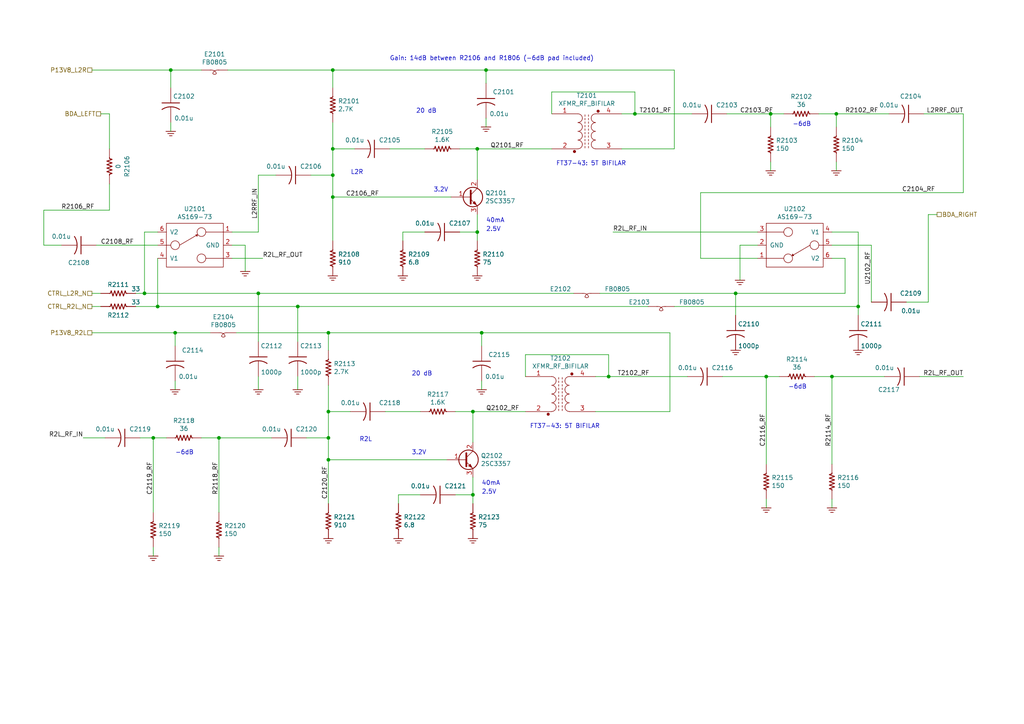
<source format=kicad_sch>
(kicad_sch (version 20211123) (generator eeschema)
  (paper "A4")
  (title_block (title "BD_AMP_45R1") (rev "X1"))
  (lib_symbols
    (symbol "custom:2SC3357" (pin_names (offset 0) hide)
      (property "Reference" "Q" (at 5.08 1.905 0))
      (property "Value" "2SC3357" (at 5.08 0 0))
      (symbol "2SC3357_0_1"
        (polyline (pts (xy 0.635 0.635) (xy 2.54 2.54)))
        (polyline (pts (xy 0.635 -0.635) (xy 2.54 -2.54) (xy 2.54 -2.54)))
        (polyline (pts (xy 0.635 1.905) (xy 0.635 -1.905) (xy 0.635 -1.905)) (stroke (width 0.508)))
        (polyline (pts (xy 1.27 -1.778) (xy 1.778 -1.27) (xy 2.286 -2.286) (xy 1.27 -1.778) (xy 1.27 -1.778)) (fill (type outline)))
        (circle (center 1.27 0) (radius 2.8194) (stroke (width 0.254)))
      )
      (symbol "2SC3357_1_1"
        (pin passive line (at -5.08 0 0) (length 5.715) (name "B") (number "1"))
        (pin passive line (at 2.54 5.08 270) (length 2.54) (name "C") (number "2"))
        (pin passive line (at 2.54 -5.08 90) (length 2.54) (name "E") (number "3"))
      )
    )
    (symbol "custom:AS169-73" (pin_names (offset 1.016))
      (property "Reference" "U" (at 0 8.255 0))
      (property "Value" "AS169-73" (at 0.635 -10.795 0))
      (symbol "AS169-73_0_1"
        (rectangle (start -7.62 6.35) (end 8.89 -6.35))
        (circle (center -5.08 0) (radius 1.27))
        (polyline (pts (xy -6.35 0) (xy -7.62 0)))
        (polyline (pts (xy 3.81 -3.81) (xy 8.89 -3.81)))
        (polyline (pts (xy 3.81 3.81) (xy 8.89 3.81)))
        (polyline (pts (xy -3.81 0) (xy 1.397 3.048) (xy 1.27 2.54) (xy 0.889 3.048) (xy 1.397 3.048) (xy 1.27 2.667) (xy 1.016 2.921) (xy 1.27 2.794)))
        (circle (center 2.54 -3.81) (radius 1.27))
        (circle (center 2.54 3.81) (radius 1.27))
      )
      (symbol "AS169-73_1_1"
        (pin passive line (at 11.43 3.81 180) (length 2.54) (name "~") (number "1"))
        (pin passive line (at 11.43 0 180) (length 2.54) (name "GND") (number "2"))
        (pin passive line (at 11.43 -3.81 180) (length 2.54) (name "~") (number "3"))
        (pin passive line (at -10.16 -3.81 0) (length 2.54) (name "V1") (number "4"))
        (pin passive line (at -10.16 0 0) (length 2.54) (name "~") (number "5"))
        (pin passive line (at -10.16 3.81 0) (length 2.54) (name "V2") (number "6"))
      )
    )
    (symbol "custom:C_US" (pin_numbers hide) (pin_names (offset 0.254) hide)
      (property "Reference" "C" (at 1.27 2.54 0))
      (property "Value" "C_US" (at 1.27 -2.54 0))
      (symbol "C_US_0_1"
        (polyline (pts (xy -2.54 0.635) (xy 2.54 0.635) (xy 2.54 0.635)) (stroke (width 0.254)))
        (arc (start 2.54 -1.27) (mid 0 -0.5009) (end -2.54 -1.27) (stroke (width 0.254)))
      )
      (symbol "C_US_1_1"
        (pin passive line (at 0 5.08 270) (length 4.445) (name "~") (number "1"))
        (pin passive line (at 0 -5.08 90) (length 4.445) (name "~") (number "2"))
      )
    )
    (symbol "custom:FB0805" (pin_numbers hide) (pin_names (offset 1.016) hide)
      (property "Reference" "E" (at -4.318 1.27 0))
      (property "Value" "FB0805" (at -4.318 -4.064 0))
      (symbol "FB0805_1_0"
        (polyline (pts (xy -2.54 0) (xy -2.286 0)))
        (polyline (pts (xy -0.254 0) (xy 0 0)))
      )
      (symbol "FB0805_1_1"
        (arc (start -1.778 -1.016) (mid -1.27 -1.27) (end -0.762 -1.016))
        (arc (start -1.27 -0.254) (mid -1.7574 -0.0446) (end -2.286 0))
        (arc (start -1.27 -0.254) (mid -1.6002 -0.5842) (end -1.778 -1.016))
        (arc (start -0.762 -1.016) (mid -0.9352 -0.5811) (end -1.27 -0.254))
        (arc (start -0.254 0) (mid -0.7826 -0.0446) (end -1.27 -0.254))
        (pin passive line (at -5.08 0 0) (length 2.54) (name "1") (number "1"))
        (pin passive line (at 2.54 0 180) (length 2.54) (name "2") (number "2"))
      )
    )
    (symbol "custom:GND_US" (power) (pin_names (offset 0))
      (symbol "GND_US_0_1"
        (polyline (pts (xy -1.397 0) (xy 1.397 0)) (stroke (width 0.2032)))
        (polyline (pts (xy -0.889 -0.635) (xy 0.889 -0.635)) (stroke (width 0.2032)))
        (polyline (pts (xy -0.381 -1.27) (xy 0.381 -1.27)) (stroke (width 0.2032)))
      )
      (symbol "GND_US_1_1"
        (pin power_in line (at 0 0 90) (length 0) hide (name "GND") (number "1"))
      )
    )
    (symbol "custom:R_US" (pin_numbers hide) (pin_names (offset 1.016) hide)
      (property "Reference" "R" (at 2.032 0 90))
      (property "Value" "R_US" (at -2.032 0 90))
      (symbol "R_US_0_0"
        (polyline (pts (xy 0 -2.54) (xy 0 -2.54) (xy 0 -2.286) (xy -0.762 -2.032) (xy 0.762 -1.524) (xy -0.762 -1.016) (xy 0.762 -0.508) (xy -0.762 0) (xy 0.762 0.508) (xy -0.762 1.016) (xy 0.762 1.524) (xy -0.762 2.032) (xy 0 2.286) (xy 0 2.54) (xy 0 2.54)) (stroke (width 0.254)))
      )
      (symbol "R_US_1_1"
        (pin passive line (at 0 5.08 270) (length 2.54) (name "~") (number "1"))
        (pin passive line (at 0 -5.08 90) (length 2.54) (name "~") (number "2"))
      )
    )
    (symbol "custom:XFMR_RF_BIFILAR" (pin_names (offset 1.016) hide)
      (property "Reference" "T" (at -0.254 -8.382 0))
      (property "Value" "XFMR_RF_BIFILAR" (at 0 7.112 0))
      (symbol "XFMR_RF_BIFILAR_0_1"
        (polyline (pts (xy -0.508 3.556) (xy -0.508 3.048)))
        (polyline (pts (xy 0.508 3.556) (xy 0.508 3.048)))
        (circle (center 3.302 4.572) (radius 0.3556) (fill (type outline)))
      )
      (symbol "XFMR_RF_BIFILAR_1_1"
        (circle (center -3.556 -7.112) (radius 0.3556) (fill (type outline)))
        (arc (start -2.54 -6.3246) (mid -1.6561 -5.9563) (end -1.27 -5.08))
        (arc (start -2.54 -3.7846) (mid -1.6561 -3.4163) (end -1.27 -2.54))
        (arc (start -2.54 -1.2446) (mid -1.6561 -0.8763) (end -1.27 0))
        (arc (start -2.54 1.2954) (mid -1.6561 1.6637) (end -1.27 2.54))
        (arc (start -1.27 -5.08) (mid -1.642 -4.182) (end -2.54 -3.81))
        (arc (start -1.27 -2.54) (mid -1.642 -1.642) (end -2.54 -1.27))
        (arc (start -1.27 0) (mid -1.642 0.898) (end -2.54 1.27))
        (arc (start -1.27 2.54) (mid -1.642 3.438) (end -2.54 3.81))
        (polyline (pts (xy -0.508 -5.588) (xy -0.508 -6.096)))
        (polyline (pts (xy -0.508 -4.572) (xy -0.508 -5.08)))
        (polyline (pts (xy -0.508 -3.556) (xy -0.508 -4.064)))
        (polyline (pts (xy -0.508 -2.54) (xy -0.508 -3.048)))
        (polyline (pts (xy -0.508 -1.524) (xy -0.508 -2.032)))
        (polyline (pts (xy -0.508 -0.508) (xy -0.508 -1.016)))
        (polyline (pts (xy -0.508 0.508) (xy -0.508 0)))
        (polyline (pts (xy -0.508 1.524) (xy -0.508 1.016)))
        (polyline (pts (xy -0.508 2.54) (xy -0.508 2.032)))
        (polyline (pts (xy 0.508 -5.588) (xy 0.508 -6.096)))
        (polyline (pts (xy 0.508 -4.572) (xy 0.508 -5.08)))
        (polyline (pts (xy 0.508 -3.556) (xy 0.508 -4.064)))
        (polyline (pts (xy 0.508 -2.54) (xy 0.508 -3.048)))
        (polyline (pts (xy 0.508 -1.524) (xy 0.508 -2.032)))
        (polyline (pts (xy 0.508 -0.508) (xy 0.508 -1.016)))
        (polyline (pts (xy 0.508 0.508) (xy 0.508 0)))
        (polyline (pts (xy 0.508 1.524) (xy 0.508 1.016)))
        (polyline (pts (xy 0.508 2.54) (xy 0.508 2.032)))
        (arc (start 1.2954 -2.54) (mid 1.6599 -3.4201) (end 2.54 -3.7846))
        (arc (start 1.2954 0) (mid 1.6599 -0.8801) (end 2.54 -1.2446))
        (arc (start 1.2954 2.54) (mid 1.6599 1.6599) (end 2.54 1.2954))
        (arc (start 1.3208 -5.08) (mid 1.6853 -5.9601) (end 2.5654 -6.3246))
        (arc (start 2.54 -1.27) (mid 1.6456 -1.6383) (end 1.2954 -2.54))
        (arc (start 2.54 1.27) (mid 1.6456 0.9017) (end 1.2954 0))
        (arc (start 2.54 3.81) (mid 1.6456 3.4417) (end 1.2954 2.54))
        (arc (start 2.5654 -3.81) (mid 1.671 -4.1783) (end 1.3208 -5.08))
        (pin passive line (at -10.16 3.81 0) (length 7.62) (name "PR1") (number "1"))
        (pin passive line (at -10.16 -6.35 0) (length 7.62) (name "PR2") (number "2"))
        (pin passive line (at 10.16 -6.35 180) (length 7.62) (name "S1") (number "3"))
        (pin passive line (at 10.16 3.81 180) (length 7.62) (name "S2") (number "4"))
      )
    )
  )
  (junction (at 222.25 109.22))
  (junction (at 137.16 119.38))
  (junction (at 41.91 85.09))
  (junction (at 45.72 88.9))
  (junction (at 96.52 43.18))
  (junction (at 138.43 67.31))
  (junction (at 248.92 88.9))
  (junction (at 137.16 143.51))
  (junction (at 96.52 20.32))
  (junction (at 95.25 133.35))
  (junction (at 138.43 43.18))
  (junction (at 44.45 127))
  (junction (at 50.8 96.52))
  (junction (at 86.36 88.9))
  (junction (at 63.5 127))
  (junction (at 96.52 57.15))
  (junction (at 184.15 33.02))
  (junction (at 74.93 85.09))
  (junction (at 140.97 20.32))
  (junction (at 139.7 96.52))
  (junction (at 176.53 109.22))
  (junction (at 95.25 127))
  (junction (at 95.25 96.52))
  (junction (at 95.25 119.38))
  (junction (at 96.52 50.8))
  (junction (at 242.57 33.02))
  (junction (at 223.52 33.02))
  (junction (at 241.3 109.22))
  (junction (at 49.53 20.32))
  (junction (at 213.36 85.09))
  (wire (pts (xy 172.72 109.22) (xy 176.53 109.22)))
  (wire (pts (xy 95.25 119.38) (xy 95.25 111.76)))
  (wire (pts (xy 241.3 71.12) (xy 252.73 71.12)))
  (wire (pts (xy 96.52 50.8) (xy 96.52 57.15)))
  (wire (pts (xy 45.72 71.12) (xy 27.94 71.12)))
  (wire (pts (xy 44.45 127) (xy 48.26 127)))
  (wire (pts (xy 152.4 102.87) (xy 152.4 109.22)))
  (wire (pts (xy 113.03 43.18) (xy 123.19 43.18)))
  (wire (pts (xy 74.93 50.8) (xy 74.93 67.31)))
  (wire (pts (xy 248.92 91.44) (xy 248.92 88.9)))
  (wire (pts (xy 133.35 67.31) (xy 138.43 67.31)))
  (wire (pts (xy 63.5 158.75) (xy 63.5 161.29)))
  (wire (pts (xy 96.52 25.4) (xy 96.52 20.32)))
  (wire (pts (xy 80.01 50.8) (xy 74.93 50.8)))
  (wire (pts (xy 67.31 74.93) (xy 76.2 74.93)))
  (wire (pts (xy 213.36 85.09) (xy 245.11 85.09)))
  (wire (pts (xy 86.36 88.9) (xy 187.96 88.9)))
  (wire (pts (xy 210.82 33.02) (xy 223.52 33.02)))
  (wire (pts (xy 44.45 127) (xy 44.45 148.59)))
  (wire (pts (xy 31.75 33.02) (xy 29.21 33.02)))
  (wire (pts (xy 50.8 100.33) (xy 50.8 96.52)))
  (wire (pts (xy 50.8 110.49) (xy 50.8 113.03)))
  (wire (pts (xy 138.43 43.18) (xy 160.02 43.18)))
  (wire (pts (xy 266.7 109.22) (xy 279.4 109.22)))
  (wire (pts (xy 132.08 143.51) (xy 137.16 143.51)))
  (wire (pts (xy 222.25 134.62) (xy 222.25 109.22)))
  (wire (pts (xy 116.84 67.31) (xy 116.84 69.85)))
  (wire (pts (xy 58.42 20.32) (xy 49.53 20.32)))
  (wire (pts (xy 269.24 62.23) (xy 269.24 87.63)))
  (wire (pts (xy 49.53 35.56) (xy 49.53 38.1)))
  (wire (pts (xy 242.57 36.83) (xy 242.57 33.02)))
  (wire (pts (xy 279.4 33.02) (xy 279.4 55.88)))
  (wire (pts (xy 88.9 127) (xy 95.25 127)))
  (wire (pts (xy 219.71 67.31) (xy 177.8 67.31)))
  (wire (pts (xy 86.36 99.06) (xy 86.36 88.9)))
  (wire (pts (xy 45.72 74.93) (xy 45.72 88.9)))
  (wire (pts (xy 111.76 119.38) (xy 121.92 119.38)))
  (wire (pts (xy 200.66 33.02) (xy 184.15 33.02)))
  (wire (pts (xy 252.73 71.12) (xy 252.73 87.63)))
  (wire (pts (xy 31.75 60.96) (xy 12.7 60.96)))
  (wire (pts (xy 237.49 33.02) (xy 242.57 33.02)))
  (wire (pts (xy 44.45 158.75) (xy 44.45 161.29)))
  (wire (pts (xy 219.71 71.12) (xy 214.63 71.12)))
  (wire (pts (xy 195.58 88.9) (xy 248.92 88.9)))
  (wire (pts (xy 31.75 53.34) (xy 31.75 60.96)))
  (wire (pts (xy 245.11 85.09) (xy 245.11 74.93)))
  (wire (pts (xy 139.7 110.49) (xy 139.7 113.03)))
  (wire (pts (xy 199.39 109.22) (xy 176.53 109.22)))
  (wire (pts (xy 101.6 119.38) (xy 95.25 119.38)))
  (wire (pts (xy 96.52 20.32) (xy 66.04 20.32)))
  (wire (pts (xy 74.93 85.09) (xy 166.37 85.09)))
  (wire (pts (xy 242.57 33.02) (xy 257.81 33.02)))
  (wire (pts (xy 213.36 91.44) (xy 213.36 85.09)))
  (wire (pts (xy 195.58 20.32) (xy 195.58 43.18)))
  (wire (pts (xy 138.43 67.31) (xy 138.43 62.23)))
  (wire (pts (xy 102.87 43.18) (xy 96.52 43.18)))
  (wire (pts (xy 241.3 144.78) (xy 241.3 147.32)))
  (wire (pts (xy 121.92 143.51) (xy 115.57 143.51)))
  (wire (pts (xy 45.72 67.31) (xy 41.91 67.31)))
  (wire (pts (xy 138.43 43.18) (xy 138.43 52.07)))
  (wire (pts (xy 203.2 74.93) (xy 219.71 74.93)))
  (wire (pts (xy 63.5 148.59) (xy 63.5 127)))
  (wire (pts (xy 96.52 43.18) (xy 96.52 50.8)))
  (wire (pts (xy 30.48 127) (xy 24.13 127)))
  (wire (pts (xy 180.34 33.02) (xy 184.15 33.02)))
  (wire (pts (xy 41.91 85.09) (xy 39.37 85.09)))
  (wire (pts (xy 41.91 67.31) (xy 41.91 85.09)))
  (wire (pts (xy 45.72 88.9) (xy 39.37 88.9)))
  (wire (pts (xy 40.64 127) (xy 44.45 127)))
  (wire (pts (xy 12.7 60.96) (xy 12.7 71.12)))
  (wire (pts (xy 31.75 33.02) (xy 31.75 43.18)))
  (wire (pts (xy 137.16 146.05) (xy 137.16 143.51)))
  (wire (pts (xy 29.21 88.9) (xy 26.67 88.9)))
  (wire (pts (xy 45.72 88.9) (xy 86.36 88.9)))
  (wire (pts (xy 130.81 57.15) (xy 96.52 57.15)))
  (wire (pts (xy 223.52 36.83) (xy 223.52 33.02)))
  (wire (pts (xy 176.53 102.87) (xy 152.4 102.87)))
  (wire (pts (xy 140.97 20.32) (xy 195.58 20.32)))
  (wire (pts (xy 95.25 127) (xy 95.25 133.35)))
  (wire (pts (xy 137.16 119.38) (xy 152.4 119.38)))
  (wire (pts (xy 140.97 24.13) (xy 140.97 20.32)))
  (wire (pts (xy 173.99 85.09) (xy 213.36 85.09)))
  (wire (pts (xy 271.78 62.23) (xy 269.24 62.23)))
  (wire (pts (xy 262.89 87.63) (xy 269.24 87.63)))
  (wire (pts (xy 58.42 127) (xy 63.5 127)))
  (wire (pts (xy 68.58 96.52) (xy 95.25 96.52)))
  (wire (pts (xy 50.8 96.52) (xy 60.96 96.52)))
  (wire (pts (xy 236.22 109.22) (xy 241.3 109.22)))
  (wire (pts (xy 222.25 144.78) (xy 222.25 147.32)))
  (wire (pts (xy 67.31 71.12) (xy 71.12 71.12)))
  (wire (pts (xy 223.52 33.02) (xy 227.33 33.02)))
  (wire (pts (xy 96.52 43.18) (xy 96.52 35.56)))
  (wire (pts (xy 195.58 43.18) (xy 180.34 43.18)))
  (wire (pts (xy 267.97 33.02) (xy 279.4 33.02)))
  (wire (pts (xy 137.16 119.38) (xy 137.16 128.27)))
  (wire (pts (xy 123.19 67.31) (xy 116.84 67.31)))
  (wire (pts (xy 160.02 26.67) (xy 160.02 33.02)))
  (wire (pts (xy 137.16 143.51) (xy 137.16 138.43)))
  (wire (pts (xy 95.25 119.38) (xy 95.25 127)))
  (wire (pts (xy 95.25 96.52) (xy 139.7 96.52)))
  (wire (pts (xy 49.53 20.32) (xy 26.67 20.32)))
  (wire (pts (xy 184.15 33.02) (xy 184.15 26.67)))
  (wire (pts (xy 194.31 96.52) (xy 194.31 119.38)))
  (wire (pts (xy 133.35 43.18) (xy 138.43 43.18)))
  (wire (pts (xy 71.12 71.12) (xy 71.12 78.74)))
  (wire (pts (xy 139.7 100.33) (xy 139.7 96.52)))
  (wire (pts (xy 214.63 71.12) (xy 214.63 81.28)))
  (wire (pts (xy 242.57 46.99) (xy 242.57 49.53)))
  (wire (pts (xy 74.93 67.31) (xy 67.31 67.31)))
  (wire (pts (xy 138.43 69.85) (xy 138.43 67.31)))
  (wire (pts (xy 241.3 109.22) (xy 256.54 109.22)))
  (wire (pts (xy 41.91 85.09) (xy 74.93 85.09)))
  (wire (pts (xy 96.52 20.32) (xy 140.97 20.32)))
  (wire (pts (xy 209.55 109.22) (xy 222.25 109.22)))
  (wire (pts (xy 74.93 109.22) (xy 74.93 113.03)))
  (wire (pts (xy 49.53 25.4) (xy 49.53 20.32)))
  (wire (pts (xy 63.5 127) (xy 78.74 127)))
  (wire (pts (xy 245.11 74.93) (xy 241.3 74.93)))
  (wire (pts (xy 203.2 55.88) (xy 203.2 74.93)))
  (wire (pts (xy 194.31 119.38) (xy 172.72 119.38)))
  (wire (pts (xy 95.25 146.05) (xy 95.25 133.35)))
  (wire (pts (xy 140.97 34.29) (xy 140.97 36.83)))
  (wire (pts (xy 248.92 88.9) (xy 248.92 67.31)))
  (wire (pts (xy 222.25 109.22) (xy 226.06 109.22)))
  (wire (pts (xy 12.7 71.12) (xy 17.78 71.12)))
  (wire (pts (xy 115.57 143.51) (xy 115.57 146.05)))
  (wire (pts (xy 241.3 134.62) (xy 241.3 109.22)))
  (wire (pts (xy 29.21 85.09) (xy 26.67 85.09)))
  (wire (pts (xy 74.93 99.06) (xy 74.93 85.09)))
  (wire (pts (xy 132.08 119.38) (xy 137.16 119.38)))
  (wire (pts (xy 223.52 46.99) (xy 223.52 49.53)))
  (wire (pts (xy 96.52 69.85) (xy 96.52 57.15)))
  (wire (pts (xy 95.25 101.6) (xy 95.25 96.52)))
  (wire (pts (xy 184.15 26.67) (xy 160.02 26.67)))
  (wire (pts (xy 241.3 67.31) (xy 248.92 67.31)))
  (wire (pts (xy 26.67 96.52) (xy 50.8 96.52)))
  (wire (pts (xy 129.54 133.35) (xy 95.25 133.35)))
  (wire (pts (xy 90.17 50.8) (xy 96.52 50.8)))
  (wire (pts (xy 176.53 109.22) (xy 176.53 102.87)))
  (wire (pts (xy 86.36 109.22) (xy 86.36 113.03)))
  (wire (pts (xy 139.7 96.52) (xy 194.31 96.52)))
  (wire (pts (xy 279.4 55.88) (xy 203.2 55.88)))
  (text "40mA" (at 139.7 140.97 0) (effects (font (size 1.27 1.27)) (justify left bottom)))
  (text "FT37-43: 5T BIFILAR" (at 161.29 48.26 0) (effects (font (size 1.27 1.27)) (justify left bottom)))
  (text "-6dB" (at 228.6 113.03 0) (effects (font (size 1.27 1.27)) (justify left bottom)))
  (text "-6dB" (at 50.8 132.08 0) (effects (font (size 1.27 1.27)) (justify left bottom)))
  (text "2.5V" (at 140.97 67.31 0) (effects (font (size 1.27 1.27)) (justify left bottom)))
  (text "3.2V\n" (at 119.38 132.08 0) (effects (font (size 1.27 1.27)) (justify left bottom)))
  (text "2.5V\n" (at 139.7 143.51 0) (effects (font (size 1.27 1.27)) (justify left bottom)))
  (text "L2R\n" (at 105.41 50.8 180) (effects (font (size 1.27 1.27)) (justify right bottom)))
  (text "3.2V" (at 125.73 55.88 0) (effects (font (size 1.27 1.27)) (justify left bottom)))
  (text "FT37-43: 5T BIFILAR" (at 153.67 124.46 0) (effects (font (size 1.27 1.27)) (justify left bottom)))
  (text "20 dB\n" (at 120.65 33.02 0) (effects (font (size 1.27 1.27)) (justify left bottom)))
  (text "R2L\n" (at 107.95 128.27 180) (effects (font (size 1.27 1.27)) (justify right bottom)))
  (text "20 dB\n" (at 119.38 109.22 0) (effects (font (size 1.27 1.27)) (justify left bottom)))
  (text "40mA" (at 140.97 64.77 0) (effects (font (size 1.27 1.27)) (justify left bottom)))
  (text "Gain: 14dB between R2106 and R1806 (-6dB pad included)\n" (at 113.03 17.78 0) (effects (font (size 1.27 1.27)) (justify left bottom)))
  (text "-6dB" (at 229.87 36.83 0) (effects (font (size 1.27 1.27)) (justify left bottom)))
  (label "Q2102_RF" (at 140.97 119.38 0))
  (label "R2106_RF" (at 17.78 60.96 0))
  (label "C2103_RF" (at 214.63 33.02 0))
  (label "C2120_RF" (at 95.25 144.78 90))
  (label "R2L_RF_OUT" (at 279.4 109.22 180))
  (label "T2102_RF" (at 179.07 109.22 0))
  (label "C2104_RF" (at 261.62 55.88 0))
  (label "R2114_RF" (at 241.3 129.54 90))
  (label "R2L_RF_IN" (at 24.13 127 180))
  (label "R2L_RF_OUT" (at 76.2 74.93 0))
  (label "L2RRF_IN" (at 74.93 63.5 90))
  (label "L2RRF_OUT" (at 279.4 33.02 180))
  (label "Q2101_RF" (at 142.24 43.18 0))
  (label "R2118_RF" (at 63.5 143.51 90))
  (label "C2116_RF" (at 222.25 129.54 90))
  (label "T2101_RF" (at 185.42 33.02 0))
  (label "C2106_RF" (at 100.33 57.15 0))
  (label "C2119_RF" (at 44.45 143.51 90))
  (label "C2108_RF" (at 29.21 71.12 0))
  (label "R2102_RF" (at 245.11 33.02 0))
  (label "R2L_RF_IN" (at 177.8 67.31 0))
  (label "U2102_RF" (at 252.73 82.55 90))
  (hierarchical_label "CTRL_L2R_N" (shape passive) (at 26.67 85.09 180))
  (hierarchical_label "BDA_RIGHT" (shape passive) (at 271.78 62.23 0))
  (hierarchical_label "P13V8_L2R" (shape passive) (at 26.67 20.32 180))
  (hierarchical_label "CTRL_R2L_N" (shape passive) (at 26.67 88.9 180))
  (hierarchical_label "P13V8_R2L" (shape passive) (at 26.67 96.52 180))
  (hierarchical_label "BDA_LEFT" (shape passive) (at 29.21 33.02 180))
  (symbol (lib_id "custom:R_US") (at 128.27 43.18 270) (unit 1)
    (property "Reference" "R2105" (at 128.27 38.1762 90))
    (property "Value" "1.6K" (at 128.27 40.4876 90))
    (property "Footprint" "Resistor_SMD:R_0805_2012Metric_Pad1.15x1.40mm_HandSolder" (effects hide))
    (property "PartNumber" "800235-162" (effects hide))
  )
  (symbol (lib_id "custom:R_US") (at 138.43 74.93 0) (unit 1)
    (property "Reference" "R2110" (at 139.954 73.7616 0) (effects (justify left)))
    (property "Value" "75" (at 139.954 76.073 0) (effects (justify left)))
    (property "Footprint" "Resistor_SMD:R_0805_2012Metric_Pad1.15x1.40mm_HandSolder" (effects hide))
    (property "PartNumber" "800235-750" (effects hide))
  )
  (symbol (lib_id "custom:R_US") (at 116.84 74.93 0) (unit 1)
    (property "Reference" "R2109" (at 118.364 73.7616 0) (effects (justify left)))
    (property "Value" "6.8" (at 118.364 76.073 0) (effects (justify left)))
    (property "Footprint" "Resistor_SMD:R_0805_2012Metric_Pad1.15x1.40mm_HandSolder" (effects hide))
    (property "PartNumber" "800235-068" (effects hide))
  )
  (symbol (lib_id "custom:GND_US") (at 116.84 80.01 0) (unit 1)
    (property "Reference" "#PWR02107" (effects hide))
    (property "Value" "GND_US" (effects hide))
  )
  (symbol (lib_id "custom:R_US") (at 96.52 30.48 0) (unit 1)
    (property "Reference" "R2101" (at 98.044 29.3116 0) (effects (justify left)))
    (property "Value" "2.7K" (at 98.044 31.623 0) (effects (justify left)))
    (property "Footprint" "Resistor_SMD:R_0805_2012Metric_Pad1.15x1.40mm_HandSolder" (effects hide))
    (property "PartNumber" "800235-272" (effects hide))
  )
  (symbol (lib_id "custom:GND_US") (at 140.97 36.83 0) (unit 1)
    (property "Reference" "#PWR02101" (effects hide))
    (property "Value" "GND_US" (effects hide))
  )
  (symbol (lib_id "custom:XFMR_RF_BIFILAR") (at 170.18 36.83 0) (unit 1)
    (property "Reference" "T2101" (at 170.18 27.7114 0))
    (property "Value" "XFMR_RF_BIFILAR" (at 170.18 30.0228 0))
    (property "Footprint" "mods:XFMR_Handwound_FT37" (effects hide))
    (property "PartNumber" "800257-037" (effects hide))
  )
  (symbol (lib_id "custom:2SC3357") (at 135.89 57.15 0) (unit 1)
    (property "Reference" "Q2101" (at 140.716 55.9816 0) (effects (justify left)))
    (property "Value" "2SC3357" (at 140.716 58.293 0) (effects (justify left)))
    (property "Footprint" "Package_TO_SOT_SMD:SOT-89-3" (effects hide))
    (property "PartNumber" "800246-101" (effects hide))
  )
  (symbol (lib_id "custom:R_US") (at 31.75 48.26 180) (unit 1)
    (property "Reference" "R2106" (at 36.83 48.26 90))
    (property "Value" "0" (at 34.29 48.26 90))
    (property "Footprint" "Resistor_SMD:R_0805_2012Metric_Pad1.15x1.40mm_HandSolder" (effects hide))
    (property "PartNumber" "800235-000" (effects hide))
  )
  (symbol (lib_id "custom:GND_US") (at 138.43 80.01 0) (unit 1)
    (property "Reference" "#PWR02108" (effects hide))
    (property "Value" "GND_US" (effects hide))
  )
  (symbol (lib_id "custom:C_US") (at 85.09 50.8 270) (unit 1)
    (property "Reference" "C2106" (at 90.17 48.26 90))
    (property "Value" "0.01u" (at 80.01 48.26 90))
    (property "Footprint" "Capacitor_SMD:C_0805_2012Metric_Pad1.18x1.45mm_HandSolder" (effects hide))
    (property "PartNumber" "800238-103" (effects hide))
  )
  (symbol (lib_id "custom:C_US") (at 107.95 43.18 270) (unit 1)
    (property "Reference" "C2105" (at 113.03 40.64 90))
    (property "Value" "0.01u" (at 102.87 40.64 90))
    (property "Footprint" "Capacitor_SMD:C_0805_2012Metric_Pad1.18x1.45mm_HandSolder" (effects hide))
    (property "PartNumber" "800238-103" (effects hide))
  )
  (symbol (lib_id "custom:C_US") (at 128.27 67.31 270) (unit 1)
    (property "Reference" "C2107" (at 133.35 64.77 90))
    (property "Value" "0.01u" (at 123.19 64.77 90))
    (property "Footprint" "Capacitor_SMD:C_0805_2012Metric_Pad1.18x1.45mm_HandSolder" (effects hide))
    (property "PartNumber" "800238-103" (effects hide))
  )
  (symbol (lib_id "custom:C_US") (at 205.74 33.02 270) (unit 1)
    (property "Reference" "C2103" (at 210.82 30.48 90))
    (property "Value" "0.01u" (at 200.66 30.48 90))
    (property "Footprint" "Capacitor_SMD:C_0805_2012Metric_Pad1.18x1.45mm_HandSolder" (effects hide))
    (property "PartNumber" "800238-103" (effects hide))
  )
  (symbol (lib_id "custom:R_US") (at 127 119.38 270) (unit 1)
    (property "Reference" "R2117" (at 127 114.3762 90))
    (property "Value" "1.6K" (at 127 116.6876 90))
    (property "Footprint" "Resistor_SMD:R_0805_2012Metric_Pad1.15x1.40mm_HandSolder" (effects hide))
    (property "PartNumber" "800235-162" (effects hide))
  )
  (symbol (lib_id "custom:R_US") (at 137.16 151.13 0) (unit 1)
    (property "Reference" "R2123" (at 138.684 149.9616 0) (effects (justify left)))
    (property "Value" "75" (at 138.684 152.273 0) (effects (justify left)))
    (property "Footprint" "Resistor_SMD:R_0805_2012Metric_Pad1.15x1.40mm_HandSolder" (effects hide))
    (property "PartNumber" "800235-750" (effects hide))
  )
  (symbol (lib_id "custom:R_US") (at 115.57 151.13 0) (unit 1)
    (property "Reference" "R2122" (at 117.094 149.9616 0) (effects (justify left)))
    (property "Value" "6.8" (at 117.094 152.273 0) (effects (justify left)))
    (property "Footprint" "Resistor_SMD:R_0805_2012Metric_Pad1.15x1.40mm_HandSolder" (effects hide))
    (property "PartNumber" "800235-068" (effects hide))
  )
  (symbol (lib_id "custom:GND_US") (at 115.57 156.21 0) (unit 1)
    (property "Reference" "#PWR02121" (effects hide))
    (property "Value" "GND_US" (effects hide))
  )
  (symbol (lib_id "custom:R_US") (at 95.25 106.68 0) (unit 1)
    (property "Reference" "R2113" (at 96.774 105.5116 0) (effects (justify left)))
    (property "Value" "2.7K" (at 96.774 107.823 0) (effects (justify left)))
    (property "Footprint" "Resistor_SMD:R_0805_2012Metric_Pad1.15x1.40mm_HandSolder" (effects hide))
    (property "PartNumber" "800235-272" (effects hide))
  )
  (symbol (lib_id "custom:GND_US") (at 139.7 113.03 0) (unit 1)
    (property "Reference" "#PWR02115" (effects hide))
    (property "Value" "GND_US" (effects hide))
  )
  (symbol (lib_id "custom:XFMR_RF_BIFILAR") (at 162.56 113.03 0) (unit 1)
    (property "Reference" "T2102" (at 162.56 103.9114 0))
    (property "Value" "XFMR_RF_BIFILAR" (at 162.56 106.2228 0))
    (property "Footprint" "mods:XFMR_Handwound_FT37" (effects hide))
    (property "PartNumber" "800257-037" (effects hide))
  )
  (symbol (lib_id "custom:2SC3357") (at 134.62 133.35 0) (unit 1)
    (property "Reference" "Q2102" (at 139.446 132.1816 0) (effects (justify left)))
    (property "Value" "2SC3357" (at 139.446 134.493 0) (effects (justify left)))
    (property "Footprint" "Package_TO_SOT_SMD:SOT-89-3" (effects hide))
    (property "PartNumber" "800246-101" (effects hide))
  )
  (symbol (lib_id "custom:GND_US") (at 137.16 156.21 0) (unit 1)
    (property "Reference" "#PWR02122" (effects hide))
    (property "Value" "GND_US" (effects hide))
  )
  (symbol (lib_id "custom:C_US") (at 106.68 119.38 270) (unit 1)
    (property "Reference" "C2118" (at 113.03 116.84 90))
    (property "Value" "0.01u" (at 101.6 116.84 90))
    (property "Footprint" "Capacitor_SMD:C_0805_2012Metric_Pad1.18x1.45mm_HandSolder" (effects hide))
    (property "PartNumber" "800238-103" (effects hide))
  )
  (symbol (lib_id "custom:C_US") (at 127 143.51 270) (unit 1)
    (property "Reference" "C2121" (at 132.08 140.97 90))
    (property "Value" "0.01u" (at 121.92 140.97 90))
    (property "Footprint" "Capacitor_SMD:C_0805_2012Metric_Pad1.18x1.45mm_HandSolder" (effects hide))
    (property "PartNumber" "800238-103" (effects hide))
  )
  (symbol (lib_id "custom:C_US") (at 204.47 109.22 270) (unit 1)
    (property "Reference" "C2116" (at 209.55 106.68 90))
    (property "Value" "0.01u" (at 199.39 106.68 90))
    (property "Footprint" "Capacitor_SMD:C_0805_2012Metric_Pad1.18x1.45mm_HandSolder" (effects hide))
    (property "PartNumber" "800238-103" (effects hide))
  )
  (symbol (lib_id "custom:C_US") (at 83.82 127 270) (unit 1)
    (property "Reference" "C2120" (at 88.9 124.46 90))
    (property "Value" "0.01u" (at 78.74 124.46 90))
    (property "Footprint" "Capacitor_SMD:C_0805_2012Metric_Pad1.18x1.45mm_HandSolder" (effects hide))
    (property "PartNumber" "800238-103" (effects hide))
  )
  (symbol (lib_id "custom:R_US") (at 223.52 41.91 0) (unit 1)
    (property "Reference" "R2103" (at 225.044 40.7416 0) (effects (justify left)))
    (property "Value" "150" (at 225.044 43.053 0) (effects (justify left)))
    (property "Footprint" "Resistor_SMD:R_0805_2012Metric_Pad1.15x1.40mm_HandSolder" (effects hide))
    (property "PartNumber" "800235-151" (effects hide))
  )
  (symbol (lib_id "custom:R_US") (at 242.57 41.91 0) (unit 1)
    (property "Reference" "R2104" (at 244.094 40.7416 0) (effects (justify left)))
    (property "Value" "150" (at 244.094 43.053 0) (effects (justify left)))
    (property "Footprint" "Resistor_SMD:R_0805_2012Metric_Pad1.15x1.40mm_HandSolder" (effects hide))
    (property "PartNumber" "800235-151" (effects hide))
  )
  (symbol (lib_id "custom:R_US") (at 232.41 33.02 270) (unit 1)
    (property "Reference" "R2102" (at 232.41 28.0162 90))
    (property "Value" "36" (at 232.41 30.3276 90))
    (property "Footprint" "Resistor_SMD:R_0805_2012Metric_Pad1.15x1.40mm_HandSolder" (effects hide))
    (property "PartNumber" "800235-360" (effects hide))
  )
  (symbol (lib_id "custom:GND_US") (at 223.52 49.53 0) (unit 1)
    (property "Reference" "#PWR02103" (effects hide))
    (property "Value" "GND_US" (effects hide))
  )
  (symbol (lib_id "custom:GND_US") (at 242.57 49.53 0) (unit 1)
    (property "Reference" "#PWR02104" (effects hide))
    (property "Value" "GND_US" (effects hide))
  )
  (symbol (lib_id "custom:C_US") (at 262.89 33.02 270) (unit 1)
    (property "Reference" "C2104" (at 264.16 27.94 90))
    (property "Value" "0.01u" (at 257.81 30.48 90))
    (property "Footprint" "Capacitor_SMD:C_0805_2012Metric_Pad1.18x1.45mm_HandSolder" (effects hide))
    (property "PartNumber" "800238-103" (effects hide))
  )
  (symbol (lib_id "custom:R_US") (at 222.25 139.7 0) (unit 1)
    (property "Reference" "R2115" (at 223.774 138.5316 0) (effects (justify left)))
    (property "Value" "150" (at 223.774 140.843 0) (effects (justify left)))
    (property "Footprint" "Resistor_SMD:R_0805_2012Metric_Pad1.15x1.40mm_HandSolder" (effects hide))
    (property "PartNumber" "800235-151" (effects hide))
  )
  (symbol (lib_id "custom:R_US") (at 241.3 139.7 0) (unit 1)
    (property "Reference" "R2116" (at 242.824 138.5316 0) (effects (justify left)))
    (property "Value" "150" (at 242.824 140.843 0) (effects (justify left)))
    (property "Footprint" "Resistor_SMD:R_0805_2012Metric_Pad1.15x1.40mm_HandSolder" (effects hide))
    (property "PartNumber" "800235-151" (effects hide))
  )
  (symbol (lib_id "custom:R_US") (at 231.14 109.22 270) (unit 1)
    (property "Reference" "R2114" (at 231.14 104.2162 90))
    (property "Value" "36" (at 231.14 106.5276 90))
    (property "Footprint" "Resistor_SMD:R_0805_2012Metric_Pad1.15x1.40mm_HandSolder" (effects hide))
    (property "PartNumber" "800235-360" (effects hide))
  )
  (symbol (lib_id "custom:GND_US") (at 222.25 147.32 0) (unit 1)
    (property "Reference" "#PWR02116" (effects hide))
    (property "Value" "GND_US" (effects hide))
  )
  (symbol (lib_id "custom:GND_US") (at 241.3 147.32 0) (unit 1)
    (property "Reference" "#PWR02117" (effects hide))
    (property "Value" "GND_US" (effects hide))
  )
  (symbol (lib_id "custom:C_US") (at 261.62 109.22 270) (unit 1)
    (property "Reference" "C2117" (at 257.81 113.03 90))
    (property "Value" "0.01u" (at 256.54 106.68 90))
    (property "Footprint" "Capacitor_SMD:C_0805_2012Metric_Pad1.18x1.45mm_HandSolder" (effects hide))
    (property "PartNumber" "800238-103" (effects hide))
  )
  (symbol (lib_id "custom:R_US") (at 44.45 153.67 0) (unit 1)
    (property "Reference" "R2119" (at 45.974 152.5016 0) (effects (justify left)))
    (property "Value" "150" (at 45.974 154.813 0) (effects (justify left)))
    (property "Footprint" "Resistor_SMD:R_0805_2012Metric_Pad1.15x1.40mm_HandSolder" (effects hide))
    (property "PartNumber" "800235-151" (effects hide))
  )
  (symbol (lib_id "custom:R_US") (at 63.5 153.67 0) (unit 1)
    (property "Reference" "R2120" (at 65.024 152.5016 0) (effects (justify left)))
    (property "Value" "150" (at 65.024 154.813 0) (effects (justify left)))
    (property "Footprint" "Resistor_SMD:R_0805_2012Metric_Pad1.15x1.40mm_HandSolder" (effects hide))
    (property "PartNumber" "800235-151" (effects hide))
  )
  (symbol (lib_id "custom:R_US") (at 53.34 127 270) (unit 1)
    (property "Reference" "R2118" (at 53.34 121.9962 90))
    (property "Value" "36" (at 53.34 124.3076 90))
    (property "Footprint" "Resistor_SMD:R_0805_2012Metric_Pad1.15x1.40mm_HandSolder" (effects hide))
    (property "PartNumber" "800235-360" (effects hide))
  )
  (symbol (lib_id "custom:GND_US") (at 44.45 161.29 0) (unit 1)
    (property "Reference" "#PWR02118" (effects hide))
    (property "Value" "GND_US" (effects hide))
  )
  (symbol (lib_id "custom:GND_US") (at 63.5 161.29 0) (unit 1)
    (property "Reference" "#PWR02119" (effects hide))
    (property "Value" "GND_US" (effects hide))
  )
  (symbol (lib_id "custom:C_US") (at 35.56 127 270) (unit 1)
    (property "Reference" "C2119" (at 40.64 124.46 90))
    (property "Value" "0.01u" (at 30.48 124.46 90))
    (property "Footprint" "Capacitor_SMD:C_0805_2012Metric_Pad1.18x1.45mm_HandSolder" (effects hide))
    (property "PartNumber" "800238-103" (effects hide))
  )
  (symbol (lib_id "custom:GND_US") (at 96.52 80.01 0) (unit 1)
    (property "Reference" "#PWR02106" (effects hide))
    (property "Value" "GND_US" (effects hide))
  )
  (symbol (lib_id "custom:R_US") (at 96.52 74.93 0) (unit 1)
    (property "Reference" "R2108" (at 98.044 73.7616 0) (effects (justify left)))
    (property "Value" "910" (at 98.044 76.073 0) (effects (justify left)))
    (property "Footprint" "Resistor_SMD:R_0805_2012Metric_Pad1.15x1.40mm_HandSolder" (effects hide))
    (property "PartNumber" "800235-911" (effects hide))
  )
  (symbol (lib_id "custom:GND_US") (at 95.25 156.21 0) (unit 1)
    (property "Reference" "#PWR02120" (effects hide))
    (property "Value" "GND_US" (effects hide))
  )
  (symbol (lib_id "custom:R_US") (at 95.25 151.13 0) (unit 1)
    (property "Reference" "R2121" (at 96.774 149.9616 0) (effects (justify left)))
    (property "Value" "910" (at 96.774 152.273 0) (effects (justify left)))
    (property "Footprint" "Resistor_SMD:R_0805_2012Metric_Pad1.15x1.40mm_HandSolder" (effects hide))
    (property "PartNumber" "800235-911" (effects hide))
  )
  (symbol (lib_id "custom:C_US") (at 140.97 29.21 0) (unit 1)
    (property "Reference" "C2101" (at 146.05 26.67 0))
    (property "Value" "0.01u" (at 144.78 33.02 0))
    (property "Footprint" "Capacitor_SMD:C_0805_2012Metric_Pad1.18x1.45mm_HandSolder" (effects hide))
    (property "PartNumber" "800238-103" (effects hide))
  )
  (symbol (lib_id "custom:C_US") (at 139.7 105.41 0) (unit 1)
    (property "Reference" "C2115" (at 144.78 102.87 0))
    (property "Value" "0.01u" (at 143.51 109.22 0))
    (property "Footprint" "Capacitor_SMD:C_0805_2012Metric_Pad1.18x1.45mm_HandSolder" (effects hide))
    (property "PartNumber" "800238-103" (effects hide))
  )
  (symbol (lib_id "custom:FB0805") (at 63.5 20.32 0) (unit 1)
    (property "Reference" "E2101" (at 62.23 15.7226 0))
    (property "Value" "FB0805" (at 62.23 18.034 0))
    (property "Footprint" "Inductor_SMD:L_0805_2012Metric" (effects hide))
    (property "PartNumber" "800245-601" (effects hide))
  )
  (symbol (lib_id "custom:FB0805") (at 66.04 96.52 0) (unit 1)
    (property "Reference" "E2104" (at 64.77 91.9226 0))
    (property "Value" "FB0805" (at 64.77 94.234 0))
    (property "Footprint" "Inductor_SMD:L_0805_2012Metric" (effects hide))
    (property "PartNumber" "800245-601" (effects hide))
  )
  (symbol (lib_id "custom:C_US") (at 49.53 30.48 0) (unit 1)
    (property "Reference" "C2102" (at 53.34 27.94 0))
    (property "Value" "0.01u" (at 53.34 34.29 0))
    (property "Footprint" "Capacitor_SMD:C_0805_2012Metric_Pad1.18x1.45mm_HandSolder" (effects hide))
    (property "PartNumber" "800238-103" (effects hide))
  )
  (symbol (lib_id "custom:C_US") (at 50.8 105.41 0) (unit 1)
    (property "Reference" "C2114" (at 55.88 101.6 0))
    (property "Value" "0.01u" (at 54.61 109.22 0))
    (property "Footprint" "Capacitor_SMD:C_0805_2012Metric_Pad1.18x1.45mm_HandSolder" (effects hide))
    (property "PartNumber" "800238-103" (effects hide))
  )
  (symbol (lib_id "custom:GND_US") (at 50.8 113.03 0) (unit 1)
    (property "Reference" "#PWR02112" (effects hide))
    (property "Value" "GND_US" (effects hide))
  )
  (symbol (lib_id "custom:GND_US") (at 49.53 38.1 0) (unit 1)
    (property "Reference" "#PWR02102" (effects hide))
    (property "Value" "GND_US" (effects hide))
  )
  (symbol (lib_id "custom:AS169-73") (at 55.88 71.12 0) (unit 1)
    (property "Reference" "U2101" (at 56.515 60.579 0))
    (property "Value" "AS169-73" (at 56.515 62.8904 0))
    (property "Footprint" "Package_TO_SOT_SMD:SOT-23-6" (effects hide))
    (property "PartNumber" "800261-101" (effects hide))
  )
  (symbol (lib_id "custom:AS169-73") (at 231.14 71.12 180) (unit 1)
    (property "Reference" "U2102" (at 230.505 60.579 0))
    (property "Value" "AS169-73" (at 230.505 62.8904 0))
    (property "Footprint" "Package_TO_SOT_SMD:SOT-23-6" (effects hide))
    (property "PartNumber" "800261-101" (effects hide))
  )
  (symbol (lib_id "custom:C_US") (at 257.81 87.63 270) (unit 1)
    (property "Reference" "C2109" (at 264.16 85.09 90))
    (property "Value" "0.01u" (at 264.16 90.17 90))
    (property "Footprint" "Capacitor_SMD:C_0805_2012Metric_Pad1.18x1.45mm_HandSolder" (effects hide))
    (property "PartNumber" "800238-103" (effects hide))
  )
  (symbol (lib_id "custom:C_US") (at 22.86 71.12 270) (unit 1)
    (property "Reference" "C2108" (at 22.86 76.2 90))
    (property "Value" "0.01u" (at 17.78 68.58 90))
    (property "Footprint" "Capacitor_SMD:C_0805_2012Metric_Pad1.18x1.45mm_HandSolder" (effects hide))
    (property "PartNumber" "800238-103" (effects hide))
  )
  (symbol (lib_id "custom:GND_US") (at 214.63 81.28 0) (unit 1)
    (property "Reference" "#PWR02109" (effects hide))
    (property "Value" "GND_US" (effects hide))
  )
  (symbol (lib_id "custom:GND_US") (at 71.12 78.74 0) (unit 1)
    (property "Reference" "#PWR02105" (effects hide))
    (property "Value" "GND_US" (effects hide))
  )
  (symbol (lib_id "custom:FB0805") (at 171.45 85.09 0) (unit 1)
    (property "Reference" "E2102" (at 162.56 83.82 0))
    (property "Value" "FB0805" (at 179.07 83.82 0))
    (property "Footprint" "Inductor_SMD:L_0805_2012Metric" (effects hide))
    (property "PartNumber" "800245-601" (effects hide))
  )
  (symbol (lib_id "custom:FB0805") (at 193.04 88.9 0) (unit 1)
    (property "Reference" "E2103" (at 185.42 87.63 0))
    (property "Value" "FB0805" (at 200.66 87.63 0))
    (property "Footprint" "Inductor_SMD:L_0805_2012Metric" (effects hide))
    (property "PartNumber" "800245-601" (effects hide))
  )
  (symbol (lib_id "custom:GND_US") (at 213.36 101.6 0) (unit 1)
    (property "Reference" "#PWR02110" (effects hide))
    (property "Value" "GND_US" (effects hide))
  )
  (symbol (lib_id "custom:GND_US") (at 248.92 101.6 0) (unit 1)
    (property "Reference" "#PWR02111" (effects hide))
    (property "Value" "GND_US" (effects hide))
  )
  (symbol (lib_id "custom:C_US") (at 74.93 104.14 0) (unit 1)
    (property "Reference" "C2112" (at 78.74 100.33 0))
    (property "Value" "1000p" (at 78.74 107.95 0))
    (property "Footprint" "Capacitor_SMD:C_0805_2012Metric_Pad1.18x1.45mm_HandSolder" (effects hide))
    (property "PartNumber" "800239-102" (effects hide))
  )
  (symbol (lib_id "custom:GND_US") (at 74.93 113.03 0) (unit 1)
    (property "Reference" "#PWR02113" (effects hide))
    (property "Value" "GND_US" (effects hide))
  )
  (symbol (lib_id "custom:GND_US") (at 86.36 113.03 0) (unit 1)
    (property "Reference" "#PWR02114" (effects hide))
    (property "Value" "GND_US" (effects hide))
  )
  (symbol (lib_id "custom:R_US") (at 34.29 85.09 270) (unit 1)
    (property "Reference" "R2111" (at 34.29 82.55 90))
    (property "Value" "33" (at 39.37 83.82 90))
    (property "Footprint" "Resistor_SMD:R_0805_2012Metric_Pad1.15x1.40mm_HandSolder" (effects hide))
    (property "PartNumber" "800235-330" (effects hide))
  )
  (symbol (lib_id "custom:R_US") (at 34.29 88.9 270) (unit 1)
    (property "Reference" "R2112" (at 34.29 91.44 90))
    (property "Value" "33" (at 39.37 87.63 90))
    (property "Footprint" "Resistor_SMD:R_0805_2012Metric_Pad1.15x1.40mm_HandSolder" (effects hide))
    (property "PartNumber" "800235-330" (effects hide))
  )
  (symbol (lib_id "custom:C_US") (at 86.36 104.14 0) (unit 1)
    (property "Reference" "C2113" (at 90.17 100.33 0))
    (property "Value" "1000p" (at 90.17 107.95 0))
    (property "Footprint" "Capacitor_SMD:C_0805_2012Metric_Pad1.18x1.45mm_HandSolder" (effects hide))
    (property "PartNumber" "800239-102" (effects hide))
  )
  (symbol (lib_id "custom:C_US") (at 213.36 96.52 0) (unit 1)
    (property "Reference" "C2110" (at 217.17 93.98 0))
    (property "Value" "1000p" (at 217.17 100.33 0))
    (property "Footprint" "Capacitor_SMD:C_0805_2012Metric_Pad1.18x1.45mm_HandSolder" (effects hide))
    (property "PartNumber" "800239-102" (effects hide))
  )
  (symbol (lib_id "custom:C_US") (at 248.92 96.52 0) (unit 1)
    (property "Reference" "C2111" (at 252.73 93.98 0))
    (property "Value" "1000p" (at 252.73 100.33 0))
    (property "Footprint" "Capacitor_SMD:C_0805_2012Metric_Pad1.18x1.45mm_HandSolder" (effects hide))
    (property "PartNumber" "800239-102" (effects hide))
  )
)
</source>
